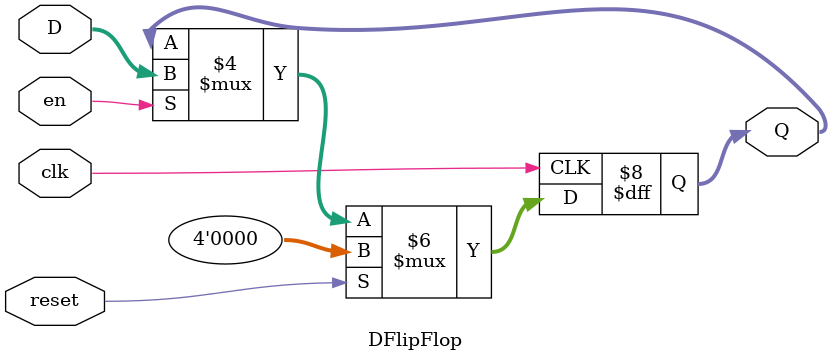
<source format=v>
`timescale 1ns / 1ps
module DFlipFlop #(parameter WIDTH=4)(
    input clk,reset,en,
    input [WIDTH-1:0]D,
    output reg [WIDTH-1:0]Q    
    );


always @(posedge clk)
begin
if(~reset)  
    begin
    if (en) Q<=D;
    end
else Q<=0;
end
    
endmodule

</source>
